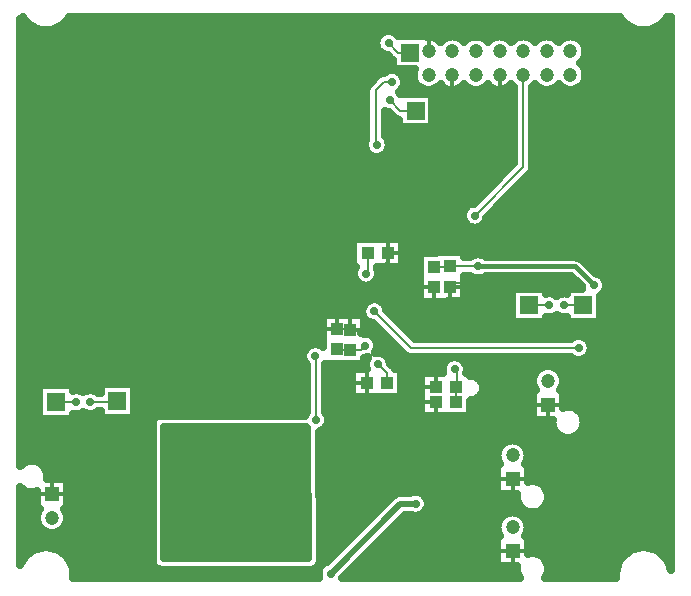
<source format=gbr>
G04 DipTrace 3.2.0.1*
G04 Bottom.gbr*
%MOIN*%
G04 #@! TF.FileFunction,Copper,L2,Bot*
G04 #@! TF.Part,Single*
G04 #@! TA.AperFunction,Conductor*
%ADD14C,0.007874*%
%ADD16C,0.015748*%
%ADD17C,0.019685*%
G04 #@! TA.AperFunction,CopperBalancing*
%ADD18C,0.025*%
%ADD19C,0.012992*%
G04 #@! TA.AperFunction,ComponentPad*
%ADD21R,0.047244X0.047244*%
%ADD22C,0.047244*%
%ADD23R,0.03937X0.043307*%
%ADD24R,0.043307X0.03937*%
%ADD27R,0.059055X0.059055*%
G04 #@! TA.AperFunction,ViaPad*
%ADD48C,0.027559*%
%ADD49C,0.062992*%
%FSLAX26Y26*%
G04*
G70*
G90*
G75*
G01*
G04 Bottom*
%LPD*%
X1889764Y1177165D2*
D14*
X1897638Y1169291D1*
Y1118110D1*
X1893701D1*
X1633858Y1192913D2*
X1663386Y1163386D1*
Y1131890D1*
X1496063Y1244094D2*
X1498031Y1242126D1*
X1541339D1*
X1590551Y1255906D2*
X1576772Y1242126D1*
X1541339D1*
X1594488Y1496063D2*
X1600394Y1501969D1*
Y1564961D1*
X1968504Y1519685D2*
X1874016D1*
X1629921Y1925197D2*
X1625984Y1929134D1*
Y2106299D1*
X1653543Y2133858D1*
X1681102D1*
X2354331Y1456693D2*
D16*
X2291339Y1519685D1*
X1968504D1*
X1874016D2*
D14*
X1872047Y1517717D1*
X1820866D1*
X1893701Y1066929D2*
Y1118110D1*
X1427148Y1007874D2*
Y1220472D1*
X1425197D1*
X675163Y1066929D2*
X761777D1*
X765714Y1070866D1*
X560990Y1066929D2*
X627919D1*
X2118110Y2157480D2*
Y1850394D1*
X1956693Y1688976D1*
X1846457Y1181102D2*
X1826772Y1161417D1*
Y1118110D1*
X1596457Y1179134D2*
Y1131890D1*
X1541339Y1309055D2*
X1539370Y1311024D1*
X1496063D1*
X1578740Y1299213D2*
X1568898Y1309055D1*
X1541339D1*
X1641732Y1511811D2*
X1667323Y1537402D1*
Y1564961D1*
X2078740Y1472441D2*
Y1464567D1*
X1874016D1*
Y1452756D1*
X1669291Y2263780D2*
X1700787Y2232283D1*
X1740157D1*
X1673228Y2074803D2*
X1708661Y2039370D1*
X1759843D1*
Y728346D2*
D17*
X1708661D1*
X1476378Y496063D1*
X2255906Y1389764D2*
D14*
X2318898D1*
X2204724D2*
X2137795D1*
X2303150Y1248031D2*
X1744094D1*
X1622047Y1370079D1*
D48*
X1889764Y1177165D3*
X1633858Y1192913D3*
X1590551Y1255906D3*
X1968504Y1519685D3*
X2354331Y1456693D3*
X1968504Y1519685D3*
X1846457Y1181102D3*
X1596457Y1179134D3*
X1578740Y1299213D3*
X1641732Y1511811D3*
X2078740Y1472441D3*
X1669291Y2263780D3*
X1673228Y2074803D3*
X627919Y1066929D3*
X675163D3*
X2204724Y1389764D3*
X2255906D3*
X2303150Y1248031D3*
X1622047Y1370079D3*
X1427148Y1007874D3*
X1956693Y1688976D3*
X1425197Y1220472D3*
X1594488Y1496063D3*
D49*
X1196850Y582677D3*
X1200787Y948819D3*
X1283465D3*
X1114173D3*
X1027559D3*
X1283465Y700787D3*
D48*
X1023622Y1468504D3*
D49*
X1110236Y582677D3*
X1031496D3*
D48*
X988189Y1141732D3*
X1027559Y1602362D3*
X909449Y1440945D3*
X783465Y1708661D3*
X539370Y1448819D3*
X1515748Y681102D3*
X1488189Y1011811D3*
X2118110Y1106299D3*
X2362205Y968504D3*
X2401575Y1401575D3*
D49*
X948819Y948819D3*
D48*
X2377953Y1917323D3*
X1433071Y1972441D3*
X1149606D3*
X870079D3*
X578740D3*
X1681102Y2133858D3*
D49*
X1279528Y582677D3*
D48*
X1165354Y1511811D3*
X1425197Y1421260D3*
D49*
X956693Y582677D3*
X1283465Y779528D3*
Y862205D3*
X1370079Y948819D3*
Y779528D3*
Y862205D3*
D48*
X1629921Y1925197D3*
X1732283Y818898D3*
X1759843Y728346D3*
X1476378Y496063D3*
X444152Y2324836D2*
D18*
X469833D1*
X585285D2*
X2461979D1*
X2577395D2*
X2607059D1*
X444152Y2299967D2*
X1649131D1*
X1689476D2*
X2607059D1*
X444152Y2275098D2*
X1628138D1*
X2309699D2*
X2607059D1*
X444152Y2250230D2*
X1628856D1*
X2326206D2*
X2607059D1*
X444152Y2225361D2*
X1654728D1*
X2327031D2*
X2607059D1*
X444152Y2200492D2*
X1681642D1*
X2313215D2*
X2607059D1*
X444152Y2175623D2*
X1753949D1*
X2324806D2*
X2607059D1*
X444152Y2150755D2*
X1624909D1*
X1720157D2*
X1751005D1*
X2327748D2*
X2607059D1*
X444152Y2125886D2*
X1600185D1*
X1723064D2*
X1761735D1*
X2316983D2*
X2607059D1*
X444152Y2101017D2*
X1593043D1*
X1706916D2*
X2085196D1*
X2151055D2*
X2607059D1*
X444152Y2076148D2*
X1593043D1*
X1818373D2*
X2085196D1*
X2151055D2*
X2607059D1*
X444152Y2051280D2*
X1593043D1*
X1818373D2*
X2085196D1*
X2151055D2*
X2607059D1*
X444152Y2026411D2*
X1593043D1*
X1658903D2*
X1676080D1*
X1818373D2*
X2085196D1*
X2151055D2*
X2607059D1*
X444152Y2001542D2*
X1593043D1*
X1658903D2*
X1701306D1*
X1818373D2*
X2085196D1*
X2151055D2*
X2607059D1*
X444152Y1976673D2*
X1593043D1*
X1658903D2*
X2085196D1*
X2151055D2*
X2607059D1*
X444152Y1951804D2*
X1593043D1*
X1662635D2*
X2085196D1*
X2151055D2*
X2607059D1*
X444152Y1926936D2*
X1587194D1*
X1672647D2*
X2085196D1*
X2151055D2*
X2607059D1*
X444152Y1902067D2*
X1594444D1*
X1665399D2*
X2085196D1*
X2151055D2*
X2607059D1*
X444152Y1877198D2*
X2085196D1*
X2151055D2*
X2607059D1*
X444152Y1852329D2*
X2074501D1*
X2151055D2*
X2607059D1*
X444152Y1827461D2*
X2049634D1*
X2140720D2*
X2607059D1*
X444152Y1802592D2*
X2024766D1*
X2115853D2*
X2607059D1*
X444152Y1777723D2*
X1999899D1*
X2090984D2*
X2607059D1*
X444152Y1752854D2*
X1975031D1*
X2066117D2*
X2607059D1*
X444152Y1727986D2*
X1944206D1*
X2041249D2*
X2607059D1*
X444152Y1703117D2*
X1916469D1*
X2016382D2*
X2607059D1*
X444152Y1678248D2*
X1915391D1*
X1998009D2*
X2607059D1*
X444152Y1653379D2*
X1935343D1*
X1978021D2*
X2607059D1*
X444152Y1628510D2*
X2607059D1*
X444152Y1603642D2*
X1549731D1*
X1717969D2*
X2607059D1*
X444152Y1578773D2*
X1549731D1*
X1717969D2*
X2607059D1*
X444152Y1553904D2*
X1549731D1*
X1717969D2*
X1772177D1*
X1922688D2*
X1944781D1*
X1992231D2*
X2607059D1*
X444152Y1529035D2*
X1549731D1*
X1717969D2*
X1772177D1*
X2327533D2*
X2607059D1*
X444152Y1504167D2*
X1552530D1*
X1636440D2*
X1772177D1*
X2352402D2*
X2607059D1*
X444152Y1479298D2*
X1555365D1*
X1633605D2*
X1772177D1*
X1922688D2*
X2286182D1*
X2390151D2*
X2607059D1*
X444152Y1454429D2*
X1772177D1*
X1922688D2*
X2311050D1*
X2397041D2*
X2607059D1*
X444152Y1429560D2*
X1772177D1*
X1922688D2*
X2079274D1*
X2213367D2*
X2247248D1*
X2386598D2*
X2607059D1*
X444152Y1404692D2*
X1598965D1*
X1645123D2*
X1772177D1*
X1922688D2*
X2079274D1*
X2377412D2*
X2607059D1*
X444152Y1379823D2*
X1580484D1*
X1663640D2*
X2079274D1*
X2377412D2*
X2607059D1*
X444152Y1354954D2*
X1447390D1*
X1682694D2*
X2079274D1*
X2377412D2*
X2607059D1*
X444152Y1330085D2*
X1447390D1*
X1590005D2*
X1614825D1*
X1707562D2*
X2607059D1*
X444152Y1305217D2*
X1447390D1*
X1590005D2*
X1641379D1*
X1732430D2*
X2607059D1*
X444152Y1280348D2*
X1447390D1*
X1625064D2*
X1666248D1*
X1757298D2*
X2276601D1*
X2329686D2*
X2607059D1*
X444152Y1255479D2*
X1402786D1*
X1633318D2*
X1691115D1*
X2345224D2*
X2607059D1*
X444152Y1230610D2*
X1383731D1*
X1650542D2*
X1715983D1*
X2341959D2*
X2607059D1*
X444152Y1205741D2*
X1385202D1*
X1674549D2*
X1858874D1*
X1920643D2*
X2607059D1*
X444152Y1180873D2*
X1394210D1*
X1460070D2*
X1592936D1*
X1690804D2*
X1847176D1*
X1932377D2*
X2172681D1*
X2228887D2*
X2607059D1*
X444152Y1156004D2*
X1394210D1*
X1460070D2*
X1545820D1*
X1714021D2*
X1776125D1*
X1944362D2*
X2151581D1*
X2249988D2*
X2607059D1*
X444152Y1131135D2*
X1394210D1*
X1460070D2*
X1545820D1*
X1714021D2*
X1776125D1*
X1983907D2*
X2148602D1*
X2252966D2*
X2607059D1*
X444152Y1106266D2*
X502487D1*
X639039D2*
X664038D1*
X686298D2*
X707206D1*
X824238D2*
X1394210D1*
X1460070D2*
X1545820D1*
X1714021D2*
X1776125D1*
X1986885D2*
X2148172D1*
X2253396D2*
X2607059D1*
X444152Y1081398D2*
X502487D1*
X824238D2*
X1394210D1*
X1460070D2*
X1776125D1*
X1970773D2*
X2148172D1*
X2253396D2*
X2607059D1*
X444152Y1056529D2*
X502487D1*
X824238D2*
X1394210D1*
X1460070D2*
X1776125D1*
X1944362D2*
X2148172D1*
X2253396D2*
X2607059D1*
X444152Y1031660D2*
X502487D1*
X824238D2*
X1392164D1*
X1462151D2*
X1776125D1*
X1944362D2*
X2148172D1*
X2311457D2*
X2607059D1*
X444152Y1006791D2*
X882717D1*
X1469902D2*
X2213660D1*
X2321756D2*
X2607059D1*
X444152Y981923D2*
X880455D1*
X1460428D2*
X2216459D1*
X2318957D2*
X2607059D1*
X444152Y957054D2*
X880455D1*
X1438790D2*
X2235909D1*
X2299543D2*
X2607059D1*
X444152Y932185D2*
X880455D1*
X1439005D2*
X2053509D1*
X2111869D2*
X2607059D1*
X444152Y907316D2*
X880455D1*
X1439185D2*
X2033235D1*
X2132108D2*
X2607059D1*
X444152Y882448D2*
X880455D1*
X1439400D2*
X2030615D1*
X2134764D2*
X2607059D1*
X517571Y857579D2*
X880455D1*
X1439615D2*
X2030077D1*
X2135302D2*
X2607059D1*
X532965Y832710D2*
X880455D1*
X1439831D2*
X2030077D1*
X2135302D2*
X2607059D1*
X599853Y807841D2*
X880455D1*
X1440046D2*
X2030077D1*
X2135302D2*
X2607059D1*
X599853Y782972D2*
X880455D1*
X1440261D2*
X2030077D1*
X2193865D2*
X2607059D1*
X444152Y758104D2*
X494629D1*
X599853D2*
X880455D1*
X1440476D2*
X1685302D1*
X1789486D2*
X2095458D1*
X2203732D2*
X2607059D1*
X444152Y733235D2*
X494629D1*
X599853D2*
X880455D1*
X1440692D2*
X1659681D1*
X1802332D2*
X2098580D1*
X2200612D2*
X2607059D1*
X444152Y708366D2*
X502702D1*
X591780D2*
X880455D1*
X1440907D2*
X1634812D1*
X1797308D2*
X2118783D1*
X2180444D2*
X2607059D1*
X444152Y683497D2*
X494701D1*
X599818D2*
X880455D1*
X1441122D2*
X1609945D1*
X1717681D2*
X2043247D1*
X2122096D2*
X2607059D1*
X444152Y658629D2*
X499940D1*
X594542D2*
X880455D1*
X1441337D2*
X1585042D1*
X1692814D2*
X2030866D1*
X2134476D2*
X2607059D1*
X444152Y633760D2*
X528324D1*
X566194D2*
X880455D1*
X1441552D2*
X1560173D1*
X1667946D2*
X2032625D1*
X2132718D2*
X2607059D1*
X444152Y608891D2*
X880455D1*
X1441768D2*
X1535306D1*
X1643079D2*
X2030077D1*
X2135302D2*
X2607059D1*
X444152Y584022D2*
X880455D1*
X1441948D2*
X1510438D1*
X1618210D2*
X2030077D1*
X2135302D2*
X2607059D1*
X444152Y559154D2*
X462979D1*
X592138D2*
X880455D1*
X1442163D2*
X1485571D1*
X1593343D2*
X2030077D1*
X2173626D2*
X2455089D1*
X2584285D2*
X2607059D1*
X611121Y534285D2*
X880491D1*
X1442343D2*
X1460703D1*
X1568475D2*
X2030077D1*
X2198996D2*
X2436106D1*
X619769Y509416D2*
X901950D1*
X1420883D2*
X1435871D1*
X1543608D2*
X2095171D1*
X2204056D2*
X2427459D1*
X621133Y484547D2*
X1435297D1*
X1518740D2*
X2102815D1*
X2196377D2*
X2426131D1*
X2034400Y861138D2*
X2041541D1*
X2038025Y867012D1*
X2035016Y874278D1*
X2033180Y881924D1*
X2032563Y889764D1*
X2033180Y897604D1*
X2035016Y905249D1*
X2038025Y912516D1*
X2042134Y919220D1*
X2047241Y925199D1*
X2053220Y930307D1*
X2059925Y934416D1*
X2067192Y937425D1*
X2074837Y939261D1*
X2082677Y939878D1*
X2090517Y939261D1*
X2098163Y937425D1*
X2105429Y934416D1*
X2112134Y930307D1*
X2118113Y925199D1*
X2123220Y919220D1*
X2127329Y912516D1*
X2130339Y905249D1*
X2132175Y897604D1*
X2132791Y889764D1*
X2132175Y881924D1*
X2130339Y874278D1*
X2127329Y867012D1*
X2123776Y861138D1*
X2132791D1*
Y801176D1*
X2141471Y803329D1*
X2149606Y803970D1*
X2157741Y803329D1*
X2165676Y801425D1*
X2173214Y798302D1*
X2180172Y794038D1*
X2186377Y788739D1*
X2191676Y782534D1*
X2195940Y775576D1*
X2199063Y768038D1*
X2200967Y760104D1*
X2201608Y751969D1*
X2200967Y743833D1*
X2199063Y735899D1*
X2195940Y728361D1*
X2191676Y721403D1*
X2186377Y715198D1*
X2180172Y709899D1*
X2173214Y705635D1*
X2165676Y702512D1*
X2157741Y700608D1*
X2149606Y699967D1*
X2141471Y700608D1*
X2133537Y702512D1*
X2125999Y705635D1*
X2119041Y709899D1*
X2112836Y715198D1*
X2107537Y721403D1*
X2103273Y728361D1*
X2100150Y735899D1*
X2098245Y743833D1*
X2097605Y751969D1*
X2098245Y760104D1*
X2098404Y760902D1*
X2032563Y760909D1*
Y861138D1*
X2034400D1*
X1451723Y1359169D2*
X1542240D1*
Y1357196D1*
X1583888Y1357201D1*
X1582272Y1363778D1*
X1581776Y1370079D1*
X1582272Y1376379D1*
X1583747Y1382524D1*
X1586165Y1388362D1*
X1589467Y1393749D1*
X1593571Y1398555D1*
X1598377Y1402659D1*
X1603764Y1405961D1*
X1609602Y1408379D1*
X1615747Y1409854D1*
X1622047Y1410350D1*
X1628348Y1409854D1*
X1634492Y1408379D1*
X1640331Y1405961D1*
X1645718Y1402659D1*
X1650524Y1398555D1*
X1654627Y1393749D1*
X1657929Y1388362D1*
X1660348Y1382524D1*
X1661823Y1376379D1*
X1662206Y1372954D1*
X1756706Y1278453D1*
X2276995Y1278655D1*
X2282108Y1282369D1*
X2287739Y1285238D1*
X2293748Y1287190D1*
X2299990Y1288178D1*
X2306310D1*
X2312551Y1287190D1*
X2318560Y1285238D1*
X2324192Y1282369D1*
X2329304Y1278655D1*
X2333773Y1274186D1*
X2337487Y1269073D1*
X2340356Y1263442D1*
X2342308Y1257433D1*
X2343297Y1251192D1*
Y1244871D1*
X2342308Y1238630D1*
X2340356Y1232621D1*
X2337487Y1226990D1*
X2333773Y1221877D1*
X2329304Y1217408D1*
X2324192Y1213694D1*
X2318560Y1210825D1*
X2312551Y1208873D1*
X2306310Y1207885D1*
X2299990D1*
X2293748Y1208873D1*
X2287739Y1210825D1*
X2282108Y1213694D1*
X2276786Y1217601D1*
X1741707Y1217696D1*
X1736991Y1218444D1*
X1732450Y1219919D1*
X1728196Y1222087D1*
X1724332Y1224892D1*
X1670612Y1278480D1*
X1618887Y1329932D1*
X1612646Y1330920D1*
X1606636Y1332873D1*
X1601005Y1335741D1*
X1595892Y1339455D1*
X1591424Y1343924D1*
X1587510Y1349392D1*
X1587516Y1296062D1*
X1593711Y1296052D1*
X1599953Y1295064D1*
X1605962Y1293112D1*
X1611593Y1290243D1*
X1616706Y1286529D1*
X1621175Y1282060D1*
X1624888Y1276948D1*
X1627757Y1271316D1*
X1629710Y1265307D1*
X1630698Y1259066D1*
Y1252745D1*
X1629710Y1246504D1*
X1627757Y1240495D1*
X1624888Y1234864D1*
X1622619Y1231584D1*
X1627558Y1232689D1*
X1633858Y1233185D1*
X1640159Y1232689D1*
X1646303Y1231214D1*
X1652142Y1228795D1*
X1657529Y1225493D1*
X1662335Y1221390D1*
X1666438Y1216584D1*
X1669740Y1211197D1*
X1672159Y1205358D1*
X1673634Y1199214D1*
X1674017Y1195789D1*
X1686525Y1183148D1*
X1689336Y1179277D1*
X1697917Y1178067D1*
X1711531D1*
Y1085713D1*
X1548311D1*
Y1178067D1*
X1596417D1*
X1594699Y1183512D1*
X1593711Y1189753D1*
Y1196073D1*
X1594699Y1202315D1*
X1596652Y1208324D1*
X1599521Y1213955D1*
X1601790Y1217235D1*
X1596852Y1216130D1*
X1591823Y1215684D1*
X1588408Y1214009D1*
X1587516Y1207594D1*
Y1193980D1*
X1495161D1*
Y1195954D1*
X1457589Y1195949D1*
X1457772Y1034029D1*
X1461486Y1028916D1*
X1464354Y1023285D1*
X1466307Y1017276D1*
X1467295Y1011034D1*
Y1004714D1*
X1466307Y998472D1*
X1464354Y992463D1*
X1461486Y986832D1*
X1457772Y981719D1*
X1453303Y977251D1*
X1448190Y973537D1*
X1442559Y970668D1*
X1436175Y968640D1*
X1439797Y533354D1*
X1439146Y529248D1*
X1437861Y525295D1*
X1435974Y521591D1*
X1433530Y518228D1*
X1430591Y515289D1*
X1427228Y512845D1*
X1423524Y510958D1*
X1419571Y509673D1*
X1415465Y509022D1*
X1303150Y508941D1*
X907370Y509022D1*
X903264Y509673D1*
X899311Y510958D1*
X895606Y512845D1*
X892244Y515289D1*
X889304Y518228D1*
X886861Y521591D1*
X884974Y525295D1*
X883689Y529248D1*
X883038Y533354D1*
X882957Y645669D1*
X883038Y998142D1*
X883689Y1002248D1*
X884974Y1006201D1*
X886861Y1009906D1*
X889304Y1013268D1*
X892244Y1016207D1*
X895606Y1018651D1*
X899311Y1020538D1*
X903264Y1021823D1*
X907370Y1022474D1*
X1019685Y1022555D1*
X1389615D1*
X1392811Y1028916D1*
X1396718Y1034238D1*
X1396719Y1191996D1*
X1392617Y1196802D1*
X1389315Y1202189D1*
X1386896Y1208028D1*
X1385421Y1214172D1*
X1384925Y1220472D1*
X1385421Y1226773D1*
X1386896Y1232917D1*
X1389315Y1238756D1*
X1392617Y1244143D1*
X1396720Y1248949D1*
X1401526Y1253052D1*
X1406913Y1256354D1*
X1412752Y1258773D1*
X1418896Y1260248D1*
X1425197Y1260744D1*
X1431497Y1260248D1*
X1437642Y1258773D1*
X1443480Y1256354D1*
X1448867Y1253052D1*
X1449886Y1252249D1*
Y1359169D1*
X1451723D1*
X1621014Y1611138D2*
X1715469D1*
Y1518783D1*
X1630849D1*
X1631694Y1511474D1*
X1633647Y1505465D1*
X1634635Y1499223D1*
Y1492903D1*
X1633647Y1486661D1*
X1631694Y1480652D1*
X1628825Y1475021D1*
X1625112Y1469908D1*
X1620643Y1465440D1*
X1615530Y1461726D1*
X1609899Y1458857D1*
X1603890Y1456904D1*
X1597648Y1455916D1*
X1591328D1*
X1585087Y1456904D1*
X1579077Y1458857D1*
X1573446Y1461726D1*
X1568333Y1465440D1*
X1563865Y1469908D1*
X1560151Y1475021D1*
X1557282Y1480652D1*
X1555329Y1486661D1*
X1554341Y1492903D1*
Y1499223D1*
X1555329Y1505465D1*
X1557282Y1511474D1*
X1560151Y1517105D1*
X1561269Y1518780D1*
X1552248Y1518783D1*
Y1611138D1*
X1621014D1*
X1845556Y1020752D2*
X1778626D1*
Y1164287D1*
X1851608D1*
X1849988Y1170865D1*
X1849492Y1177165D1*
X1849988Y1183466D1*
X1851463Y1189610D1*
X1853882Y1195449D1*
X1857184Y1200836D1*
X1861287Y1205642D1*
X1866093Y1209745D1*
X1871480Y1213047D1*
X1877319Y1215466D1*
X1883463Y1216941D1*
X1889764Y1217437D1*
X1896064Y1216941D1*
X1902209Y1215466D1*
X1908047Y1213047D1*
X1913434Y1209745D1*
X1918240Y1205642D1*
X1922344Y1200836D1*
X1925646Y1195449D1*
X1928064Y1189610D1*
X1929539Y1183466D1*
X1930035Y1177165D1*
X1929539Y1170865D1*
X1928068Y1164732D1*
X1928232Y1164287D1*
X1941846D1*
Y1154348D1*
X1948042Y1154320D1*
X1954283Y1153332D1*
X1960293Y1151379D1*
X1965924Y1148510D1*
X1971037Y1144797D1*
X1975505Y1140328D1*
X1979219Y1135215D1*
X1982088Y1129584D1*
X1984041Y1123575D1*
X1985029Y1117333D1*
Y1111013D1*
X1984041Y1104772D1*
X1982088Y1098762D1*
X1979219Y1093131D1*
X1975505Y1088018D1*
X1971037Y1083550D1*
X1965924Y1079836D1*
X1960293Y1076967D1*
X1954283Y1075014D1*
X1948042Y1074026D1*
X1943759Y1073946D1*
X1941811Y1071933D1*
X1941846Y1020752D1*
X1845555Y1020787D1*
X1867043Y1404608D2*
Y1402642D1*
X1774689D1*
Y1565862D1*
X1827833D1*
X1827839Y1567831D1*
X1920193D1*
Y1550139D1*
X1942349Y1550308D1*
X1947462Y1554022D1*
X1953093Y1556891D1*
X1959102Y1558844D1*
X1965344Y1559832D1*
X1971664D1*
X1977906Y1558844D1*
X1983915Y1556891D1*
X1989546Y1554022D1*
X1994867Y1550115D1*
X2293726Y1550021D1*
X2298442Y1549273D1*
X2302983Y1547798D1*
X2307238Y1545630D1*
X2311101Y1542824D1*
X2357184Y1496874D1*
X2363732Y1495852D1*
X2369741Y1493899D1*
X2375373Y1491030D1*
X2380486Y1487316D1*
X2384954Y1482848D1*
X2388668Y1477735D1*
X2391537Y1472104D1*
X2393490Y1466094D1*
X2394478Y1459853D1*
Y1453533D1*
X2393490Y1447291D1*
X2391537Y1441282D1*
X2388668Y1435651D1*
X2384954Y1430538D1*
X2380486Y1426070D1*
X2374909Y1422096D1*
X2374917Y1333744D1*
X2262878D1*
Y1350071D1*
X2255906Y1349492D1*
X2249605Y1349988D1*
X2243461Y1351463D1*
X2237622Y1353882D1*
X2232235Y1357184D1*
X2230323Y1358690D1*
X2225766Y1355427D1*
X2220135Y1352558D1*
X2214126Y1350605D1*
X2207885Y1349617D1*
X2201564D1*
X2195323Y1350605D1*
X2193814Y1351030D1*
X2193815Y1333744D1*
X2081776D1*
Y1445783D1*
X2193815D1*
Y1428524D1*
X2198424Y1429539D1*
X2204724Y1430035D1*
X2211025Y1429539D1*
X2217169Y1428064D1*
X2223008Y1425646D1*
X2228395Y1422344D1*
X2230307Y1420837D1*
X2234864Y1424101D1*
X2240495Y1426970D1*
X2246504Y1428923D1*
X2252745Y1429911D1*
X2259066D1*
X2262871Y1429407D1*
X2262878Y1445783D1*
X2315592D1*
X2314555Y1450392D1*
X2314172Y1453818D1*
X2278743Y1489248D1*
X1994659Y1489062D1*
X1989546Y1485348D1*
X1983915Y1482479D1*
X1977906Y1480526D1*
X1971664Y1479538D1*
X1965344D1*
X1959102Y1480526D1*
X1953093Y1482479D1*
X1947462Y1485348D1*
X1942140Y1489255D1*
X1920168Y1489256D1*
X1920193Y1404610D1*
X1867049D1*
X718881Y1126886D2*
X821734D1*
Y1014846D1*
X709694D1*
Y1036484D1*
X701318Y1036306D1*
X696205Y1032592D1*
X690573Y1029723D1*
X684564Y1027770D1*
X678323Y1026782D1*
X672003D1*
X665761Y1027770D1*
X659752Y1029723D1*
X654121Y1032592D1*
X651543Y1034315D1*
X646202Y1031047D1*
X640364Y1028629D1*
X634219Y1027154D1*
X627919Y1026657D1*
X621618Y1027154D1*
X617008Y1028196D1*
X617009Y1010909D1*
X504970D1*
Y1122949D1*
X617009D1*
Y1105688D1*
X621618Y1106705D1*
X627919Y1107201D1*
X634219Y1106705D1*
X640364Y1105230D1*
X646202Y1102811D1*
X651538Y1099543D1*
X656879Y1102811D1*
X662718Y1105230D1*
X668862Y1106705D1*
X675163Y1107201D1*
X681463Y1106705D1*
X687608Y1105230D1*
X693446Y1102811D1*
X698833Y1099509D1*
X701526Y1097360D1*
X709694Y1097524D1*
Y1126886D1*
X718881D1*
X1701255Y2288303D2*
X1796177D1*
Y2285827D1*
X1802163Y2286325D1*
X1809495Y2285932D1*
X1816690Y2284471D1*
X1823596Y2281974D1*
X1830062Y2278496D1*
X1835950Y2274109D1*
X1841134Y2268909D1*
X1842618Y2267092D1*
X1846651Y2271656D1*
X1852630Y2276764D1*
X1859335Y2280873D1*
X1866601Y2283882D1*
X1874247Y2285718D1*
X1882087Y2286335D1*
X1889927Y2285718D1*
X1897572Y2283882D1*
X1904839Y2280873D1*
X1911543Y2276764D1*
X1917522Y2271656D1*
X1921327Y2267331D1*
X1925194Y2271656D1*
X1931173Y2276764D1*
X1937878Y2280873D1*
X1945144Y2283882D1*
X1952790Y2285718D1*
X1960630Y2286335D1*
X1968470Y2285718D1*
X1976115Y2283882D1*
X1983382Y2280873D1*
X1990087Y2276764D1*
X1996066Y2271656D1*
X2000079Y2267066D1*
X2004131Y2271656D1*
X2010110Y2276764D1*
X2016815Y2280873D1*
X2024081Y2283882D1*
X2031727Y2285718D1*
X2039567Y2286335D1*
X2047407Y2285718D1*
X2055052Y2283882D1*
X2062319Y2280873D1*
X2069024Y2276764D1*
X2075003Y2271656D1*
X2078807Y2267331D1*
X2082675Y2271656D1*
X2088654Y2276764D1*
X2095358Y2280873D1*
X2102625Y2283882D1*
X2110270Y2285718D1*
X2118110Y2286335D1*
X2125950Y2285718D1*
X2133596Y2283882D1*
X2140862Y2280873D1*
X2147567Y2276764D1*
X2153546Y2271656D1*
X2157559Y2267066D1*
X2161612Y2271656D1*
X2167591Y2276764D1*
X2174295Y2280873D1*
X2181562Y2283882D1*
X2189207Y2285718D1*
X2197047Y2286335D1*
X2204887Y2285718D1*
X2212533Y2283882D1*
X2219799Y2280873D1*
X2226504Y2276764D1*
X2232483Y2271656D1*
X2236287Y2267331D1*
X2240155Y2271656D1*
X2246134Y2276764D1*
X2252839Y2280873D1*
X2260105Y2283882D1*
X2267751Y2285718D1*
X2275591Y2286335D1*
X2283430Y2285718D1*
X2291076Y2283882D1*
X2298343Y2280873D1*
X2305047Y2276764D1*
X2311026Y2271656D1*
X2316134Y2265677D1*
X2320243Y2258972D1*
X2323252Y2251706D1*
X2325088Y2244060D1*
X2325705Y2236220D1*
X2325088Y2228381D1*
X2323252Y2220735D1*
X2320243Y2213469D1*
X2316134Y2206764D1*
X2311026Y2200785D1*
X2306556Y2196866D1*
X2311026Y2192916D1*
X2316134Y2186937D1*
X2320243Y2180232D1*
X2323252Y2172966D1*
X2325088Y2165320D1*
X2325705Y2157480D1*
X2325088Y2149640D1*
X2323252Y2141995D1*
X2320243Y2134728D1*
X2316134Y2128024D1*
X2311026Y2122045D1*
X2305047Y2116937D1*
X2298343Y2112828D1*
X2291076Y2109819D1*
X2283430Y2107983D1*
X2275591Y2107366D1*
X2267751Y2107983D1*
X2260105Y2109819D1*
X2252839Y2112828D1*
X2246134Y2116937D1*
X2240155Y2122045D1*
X2236350Y2126370D1*
X2232483Y2122045D1*
X2226504Y2116937D1*
X2219799Y2112828D1*
X2212533Y2109819D1*
X2204887Y2107983D1*
X2197047Y2107366D1*
X2189207Y2107983D1*
X2181562Y2109819D1*
X2174295Y2112828D1*
X2167591Y2116937D1*
X2161612Y2122045D1*
X2157598Y2126635D1*
X2153546Y2122045D1*
X2148545Y2117707D1*
X2148446Y1848007D1*
X2147698Y1843290D1*
X2146223Y1838749D1*
X2144055Y1834495D1*
X2141249Y1830631D1*
X2087661Y1776911D1*
X1996840Y1685816D1*
X1995852Y1679575D1*
X1993899Y1673566D1*
X1991030Y1667934D1*
X1987316Y1662822D1*
X1982848Y1658353D1*
X1977735Y1654639D1*
X1972104Y1651770D1*
X1966094Y1649818D1*
X1959853Y1648829D1*
X1953533D1*
X1947291Y1649818D1*
X1941282Y1651770D1*
X1935651Y1654639D1*
X1930538Y1658353D1*
X1926070Y1662822D1*
X1922356Y1667934D1*
X1919487Y1673566D1*
X1917534Y1679575D1*
X1916546Y1685816D1*
Y1692136D1*
X1917534Y1698378D1*
X1919487Y1704387D1*
X1922356Y1710018D1*
X1926070Y1715131D1*
X1930538Y1719600D1*
X1935651Y1723314D1*
X1941282Y1726182D1*
X1947291Y1728135D1*
X1953818Y1729135D1*
X2087699Y1863016D1*
X2087681Y2117696D1*
X2082675Y2122045D1*
X2078870Y2126370D1*
X2074245Y2121302D1*
X2068587Y2116623D1*
X2062306Y2112822D1*
X2055535Y2109979D1*
X2048423Y2108155D1*
X2041121Y2107390D1*
X2033785Y2107701D1*
X2026572Y2109080D1*
X2019640Y2111499D1*
X2013135Y2114904D1*
X2007197Y2119223D1*
X2001954Y2124364D1*
X2000105Y2126605D1*
X1996066Y2122045D1*
X1990087Y2116937D1*
X1983382Y2112828D1*
X1976115Y2109819D1*
X1968470Y2107983D1*
X1960630Y2107366D1*
X1952790Y2107983D1*
X1945144Y2109819D1*
X1937878Y2112828D1*
X1931173Y2116937D1*
X1925194Y2122045D1*
X1921390Y2126370D1*
X1916765Y2121302D1*
X1911106Y2116623D1*
X1904825Y2112822D1*
X1898055Y2109979D1*
X1890942Y2108155D1*
X1883640Y2107390D1*
X1876304Y2107701D1*
X1869092Y2109080D1*
X1862160Y2111499D1*
X1855655Y2114904D1*
X1849717Y2119223D1*
X1844474Y2124364D1*
X1842625Y2126605D1*
X1838585Y2122045D1*
X1832606Y2116937D1*
X1825902Y2112828D1*
X1818635Y2109819D1*
X1810990Y2107983D1*
X1803150Y2107366D1*
X1795310Y2107983D1*
X1787664Y2109819D1*
X1780398Y2112828D1*
X1773693Y2116937D1*
X1767714Y2122045D1*
X1762606Y2128024D1*
X1758497Y2134728D1*
X1755488Y2141995D1*
X1753652Y2149640D1*
X1753035Y2157480D1*
X1753652Y2165320D1*
X1755488Y2172966D1*
X1756706Y2176269D1*
X1684138Y2176264D1*
Y2206801D1*
X1679264Y2210773D1*
X1666131Y2223633D1*
X1659890Y2224621D1*
X1653881Y2226573D1*
X1648249Y2229442D1*
X1643136Y2233156D1*
X1638668Y2237625D1*
X1634954Y2242738D1*
X1632085Y2248369D1*
X1630133Y2254378D1*
X1629144Y2260619D1*
Y2266940D1*
X1630133Y2273181D1*
X1632085Y2279190D1*
X1634954Y2284822D1*
X1638668Y2289934D1*
X1643136Y2294403D1*
X1648249Y2298117D1*
X1653881Y2300986D1*
X1659890Y2302938D1*
X1666131Y2303927D1*
X1672451D1*
X1678693Y2302938D1*
X1684702Y2300986D1*
X1690333Y2298117D1*
X1695446Y2294403D1*
X1699915Y2289934D1*
X1701206Y2288294D1*
X1707806Y2095390D2*
X1815862D1*
Y1983350D1*
X1703823D1*
Y2009295D1*
X1699259Y2010430D1*
X1694846Y2012257D1*
X1690776Y2014752D1*
X1687144Y2017853D1*
X1670068Y2034656D1*
X1663827Y2035644D1*
X1657818Y2037597D1*
X1656415Y2038243D1*
X1656413Y1955550D1*
X1660545Y1951352D1*
X1664259Y1946239D1*
X1667127Y1940608D1*
X1669080Y1934598D1*
X1670068Y1928357D1*
Y1922037D1*
X1669080Y1915795D1*
X1667127Y1909786D1*
X1664259Y1904155D1*
X1660545Y1899042D1*
X1656076Y1894573D1*
X1650963Y1890860D1*
X1645332Y1887991D1*
X1639323Y1886038D1*
X1633081Y1885050D1*
X1626761D1*
X1620520Y1886038D1*
X1614510Y1887991D1*
X1608879Y1890860D1*
X1603766Y1894573D1*
X1599298Y1899042D1*
X1595584Y1904155D1*
X1592715Y1909786D1*
X1590762Y1915795D1*
X1589774Y1922037D1*
Y1928357D1*
X1590762Y1934598D1*
X1592715Y1940608D1*
X1595554Y1946185D1*
X1595648Y2108686D1*
X1596396Y2113403D1*
X1597871Y2117944D1*
X1600039Y2122198D1*
X1602845Y2126062D1*
X1632026Y2155375D1*
X1635657Y2158476D1*
X1639728Y2160971D1*
X1644140Y2162798D1*
X1648783Y2163913D1*
X1654727Y2164287D1*
X1660060Y2168196D1*
X1665692Y2171064D1*
X1671701Y2173017D1*
X1677942Y2174005D1*
X1684262D1*
X1690504Y2173017D1*
X1696513Y2171064D1*
X1702144Y2168196D1*
X1707257Y2164482D1*
X1711726Y2160013D1*
X1715440Y2154900D1*
X1718308Y2149269D1*
X1720261Y2143260D1*
X1721249Y2137018D1*
Y2130698D1*
X1720261Y2124457D1*
X1718308Y2118448D1*
X1715440Y2112816D1*
X1711726Y2107703D1*
X1707257Y2103235D1*
X1704003Y2100764D1*
X1707825Y2095382D1*
X2152510Y1109169D2*
X2159651D1*
X2156135Y1115043D1*
X2153126Y1122310D1*
X2151290Y1129955D1*
X2150673Y1137795D1*
X2151290Y1145635D1*
X2153126Y1153281D1*
X2156135Y1160547D1*
X2160244Y1167252D1*
X2165352Y1173231D1*
X2171331Y1178339D1*
X2178035Y1182448D1*
X2185302Y1185457D1*
X2192948Y1187293D1*
X2200787Y1187909D1*
X2208627Y1187293D1*
X2216273Y1185457D1*
X2223539Y1182448D1*
X2230244Y1178339D1*
X2236223Y1173231D1*
X2241331Y1167252D1*
X2245440Y1160547D1*
X2248449Y1153281D1*
X2250285Y1145635D1*
X2250902Y1137795D1*
X2250285Y1129955D1*
X2248449Y1122310D1*
X2245440Y1115043D1*
X2241886Y1109169D1*
X2250902D1*
Y1049207D1*
X2259581Y1051361D1*
X2267717Y1052001D1*
X2275852Y1051361D1*
X2283786Y1049457D1*
X2291324Y1046333D1*
X2298282Y1042070D1*
X2304487Y1036770D1*
X2309786Y1030566D1*
X2314050Y1023608D1*
X2317173Y1016070D1*
X2319077Y1008135D1*
X2319718Y1000000D1*
X2319077Y991865D1*
X2317173Y983930D1*
X2314050Y976392D1*
X2309786Y969434D1*
X2304487Y963230D1*
X2298282Y957930D1*
X2291324Y953667D1*
X2283786Y950543D1*
X2275852Y948639D1*
X2267717Y947999D1*
X2259581Y948639D1*
X2251647Y950543D1*
X2244109Y953667D1*
X2237151Y957930D1*
X2230946Y963230D1*
X2225647Y969434D1*
X2221383Y976392D1*
X2218260Y983930D1*
X2216356Y991865D1*
X2215715Y1000000D1*
X2216356Y1008135D1*
X2216514Y1008933D1*
X2150673Y1008941D1*
Y1109169D1*
X2152510D1*
X531543Y809957D2*
X597358D1*
Y709728D1*
X588381D1*
X591896Y703854D1*
X594906Y696588D1*
X596741Y688942D1*
X597358Y681102D1*
X596741Y673262D1*
X594906Y665617D1*
X591896Y658350D1*
X587787Y651646D1*
X582680Y645667D1*
X576701Y640559D1*
X569996Y636450D1*
X562730Y633441D1*
X555084Y631605D1*
X547244Y630988D1*
X539404Y631605D1*
X531759Y633441D1*
X524492Y636450D1*
X517787Y640559D1*
X511808Y645667D1*
X506701Y651646D1*
X502592Y658350D1*
X499583Y665617D1*
X497747Y673262D1*
X497130Y681102D1*
X497747Y688942D1*
X499583Y696588D1*
X502592Y703854D1*
X506146Y709728D1*
X497130D1*
Y769690D1*
X488450Y767537D1*
X480315Y766896D1*
X472180Y767537D1*
X464245Y769441D1*
X456707Y772564D1*
X449749Y776828D1*
X443545Y782127D1*
X441629Y784201D1*
X441634Y523176D1*
X446147Y533608D1*
X449652Y539867D1*
X453638Y545833D1*
X458080Y551467D1*
X462950Y556735D1*
X468218Y561605D1*
X473852Y566047D1*
X479818Y570033D1*
X486077Y573538D1*
X492593Y576542D1*
X499324Y579025D1*
X506228Y580972D1*
X513265Y582373D1*
X520390Y583215D1*
X527559Y583497D1*
X534728Y583215D1*
X541853Y582373D1*
X548890Y580972D1*
X555794Y579025D1*
X562525Y576542D1*
X569041Y573538D1*
X575301Y570033D1*
X581266Y566047D1*
X586900Y561605D1*
X592168Y556735D1*
X597038Y551467D1*
X601480Y545833D1*
X605466Y539867D1*
X608971Y533608D1*
X611975Y527092D1*
X614458Y520361D1*
X616406Y513457D1*
X617806Y506420D1*
X618648Y499295D1*
X618930Y492126D1*
X618177Y480978D1*
X1439022Y481004D1*
X1437219Y486661D1*
X1436231Y492903D1*
Y499223D1*
X1437219Y505465D1*
X1439172Y511474D1*
X1442041Y517105D1*
X1445755Y522218D1*
X1450223Y526686D1*
X1455336Y530400D1*
X1460967Y533269D1*
X1462925Y533992D1*
X1685064Y755975D1*
X1689677Y759327D1*
X1694757Y761915D1*
X1700180Y763677D1*
X1705811Y764570D1*
X1742500Y764681D1*
X1747398Y766647D1*
X1753542Y768122D1*
X1759843Y768618D1*
X1766143Y768122D1*
X1772287Y766647D1*
X1778126Y764228D1*
X1783513Y760927D1*
X1788319Y756823D1*
X1792423Y752017D1*
X1795724Y746630D1*
X1798143Y740791D1*
X1799618Y734647D1*
X1800114Y728346D1*
X1799618Y722046D1*
X1798143Y715902D1*
X1795724Y710063D1*
X1792423Y704676D1*
X1788319Y699870D1*
X1783513Y695766D1*
X1778126Y692465D1*
X1772287Y690046D1*
X1766143Y688571D1*
X1759843Y688075D1*
X1753542Y688571D1*
X1747398Y690046D1*
X1742535Y692014D1*
X1723707Y692012D1*
X1514336Y482636D1*
X1522310Y481004D1*
X2107689D1*
X2103273Y488203D1*
X2100150Y495741D1*
X2098245Y503676D1*
X2097605Y511811D1*
X2098245Y519946D1*
X2098404Y520744D1*
X2032563Y520752D1*
Y620980D1*
X2041541D1*
X2038025Y626854D1*
X2035016Y634121D1*
X2033180Y641766D1*
X2032563Y649606D1*
X2033180Y657446D1*
X2035016Y665092D1*
X2038025Y672358D1*
X2042134Y679063D1*
X2047241Y685042D1*
X2053220Y690150D1*
X2059925Y694259D1*
X2067192Y697268D1*
X2074837Y699104D1*
X2082677Y699720D1*
X2090517Y699104D1*
X2098163Y697268D1*
X2105429Y694259D1*
X2112134Y690150D1*
X2118113Y685042D1*
X2123220Y679063D1*
X2127329Y672358D1*
X2130339Y665092D1*
X2132175Y657446D1*
X2132791Y649606D1*
X2132175Y641766D1*
X2130339Y634121D1*
X2127329Y626854D1*
X2123776Y620980D1*
X2132791D1*
Y561018D1*
X2141471Y563172D1*
X2149606Y563812D1*
X2157741Y563172D1*
X2165676Y561268D1*
X2173214Y558144D1*
X2180172Y553881D1*
X2186377Y548581D1*
X2191676Y542377D1*
X2195940Y535419D1*
X2199063Y527881D1*
X2200967Y519946D1*
X2201608Y511811D1*
X2200967Y503676D1*
X2199063Y495741D1*
X2195940Y488203D1*
X2191488Y481008D1*
X2428996Y481004D1*
X2428314Y492126D1*
X2428596Y499295D1*
X2429438Y506420D1*
X2430839Y513457D1*
X2432786Y520361D1*
X2435269Y527092D1*
X2438273Y533608D1*
X2441778Y539867D1*
X2445764Y545833D1*
X2450206Y551467D1*
X2455076Y556735D1*
X2460344Y561605D1*
X2465978Y566047D1*
X2471944Y570033D1*
X2478203Y573538D1*
X2484719Y576542D1*
X2491450Y579025D1*
X2498354Y580972D1*
X2505391Y582373D1*
X2512516Y583215D1*
X2519685Y583497D1*
X2526854Y583215D1*
X2533979Y582373D1*
X2541016Y580972D1*
X2547920Y579025D1*
X2554651Y576542D1*
X2561167Y573538D1*
X2567427Y570033D1*
X2573392Y566047D1*
X2579026Y561605D1*
X2584294Y556735D1*
X2589164Y551467D1*
X2593606Y545833D1*
X2597592Y539867D1*
X2601097Y533608D1*
X2604101Y527092D1*
X2606584Y520361D1*
X2608531Y513457D1*
X2609543Y508371D1*
X2609547Y2349732D1*
X2597476Y2349705D1*
X2593606Y2343930D1*
X2589164Y2338297D1*
X2584294Y2333029D1*
X2579026Y2328159D1*
X2573392Y2323717D1*
X2567427Y2319731D1*
X2561167Y2316226D1*
X2554651Y2313222D1*
X2547920Y2310739D1*
X2541016Y2308791D1*
X2533979Y2307391D1*
X2526854Y2306549D1*
X2519685Y2306266D1*
X2512516Y2306549D1*
X2505391Y2307391D1*
X2498354Y2308791D1*
X2491450Y2310739D1*
X2484719Y2313222D1*
X2478203Y2316226D1*
X2471944Y2319731D1*
X2465978Y2323717D1*
X2460344Y2328159D1*
X2455076Y2333029D1*
X2450206Y2338297D1*
X2445764Y2343930D1*
X2441919Y2349686D1*
X605331Y2349705D1*
X601480Y2343930D1*
X597038Y2338297D1*
X592168Y2333029D1*
X586900Y2328159D1*
X581266Y2323717D1*
X575301Y2319731D1*
X569041Y2316226D1*
X562525Y2313222D1*
X555794Y2310739D1*
X548890Y2308791D1*
X541853Y2307391D1*
X534728Y2306549D1*
X527559Y2306266D1*
X520390Y2306549D1*
X513265Y2307391D1*
X506228Y2308791D1*
X499324Y2310739D1*
X492593Y2313222D1*
X486077Y2316226D1*
X479818Y2319731D1*
X473852Y2323717D1*
X468218Y2328159D1*
X462950Y2333029D1*
X458080Y2338297D1*
X453638Y2343930D1*
X449793Y2349686D1*
X441634Y2343832D1*
Y853669D1*
X446543Y858440D1*
X453144Y863236D1*
X460415Y866941D1*
X468176Y869462D1*
X476235Y870739D1*
X484395D1*
X492454Y869462D1*
X500215Y866941D1*
X507486Y863236D1*
X514087Y858440D1*
X519857Y852669D1*
X524654Y846068D1*
X528358Y838798D1*
X530879Y831037D1*
X532156Y822978D1*
Y814818D1*
X531517Y809965D1*
X1994867Y1489255D2*
X1989546Y1485348D1*
X1983915Y1482479D1*
X1977906Y1480526D1*
X1971664Y1479538D1*
X1965344D1*
X1959102Y1480526D1*
X1953093Y1482479D1*
X1947462Y1485348D1*
X1942140Y1489255D1*
Y1550115D2*
X1947462Y1554022D1*
X1953093Y1556891D1*
X1959102Y1558844D1*
X1965344Y1559832D1*
X1971664D1*
X1977906Y1558844D1*
X1983915Y1556891D1*
X1989546Y1554022D1*
X1994867Y1550115D1*
X2082677Y811024D2*
D19*
Y760945D1*
X2032598Y811024D2*
X2132756D1*
X1496063Y1359134D2*
Y1311024D1*
X1449921D2*
X1496063D1*
X1541339Y1357165D2*
Y1309055D1*
X1587480D1*
X1667323Y1611102D2*
Y1518819D1*
Y1564961D2*
X1715433D1*
X1826772Y1066929D2*
Y1020787D1*
X1778661Y1066929D2*
X1826772D1*
X1596457Y1178031D2*
Y1085748D1*
X1548346Y1131890D2*
X1596457D1*
X1820866Y1450787D2*
Y1402677D1*
X1774724Y1450787D2*
X1820866D1*
X1874016Y1452756D2*
Y1404646D1*
Y1452756D2*
X1920157D1*
X1826772Y1164251D2*
Y1118110D1*
X1778663D2*
X1826772D1*
X2200787Y1059055D2*
Y1008976D1*
X2150709Y1059055D2*
X2250866D1*
X547244Y809921D2*
Y759843D1*
X497165D2*
X597323D1*
X2082677Y570866D2*
Y520787D1*
X2032598Y570866D2*
X2132756D1*
X1803150Y2286299D2*
Y2236220D1*
X1882087Y2157480D2*
Y2107402D1*
X2039567Y2157480D2*
Y2107402D1*
X924467Y958694D2*
D18*
X1394753D1*
X924467Y933825D2*
X1394969D1*
X924467Y908957D2*
X1395184D1*
X924467Y884088D2*
X1395399D1*
X924467Y859219D2*
X1395614D1*
X924467Y834350D2*
X1395829D1*
X924467Y809482D2*
X1396045D1*
X924467Y784613D2*
X1396260D1*
X924467Y759744D2*
X1396475D1*
X924467Y734875D2*
X1396690D1*
X924467Y710007D2*
X1396906D1*
X924467Y685138D2*
X1397121D1*
X924467Y660269D2*
X1397301D1*
X924467Y635400D2*
X1397516D1*
X924467Y610531D2*
X1397731D1*
X924467Y585663D2*
X1397946D1*
X924467Y560794D2*
X1398161D1*
X1397071Y981130D2*
X1395064Y983572D1*
X921962Y983563D1*
X921949Y547906D1*
X1400811Y547933D1*
X1397076Y981100D1*
D21*
X2082677Y811024D3*
D22*
Y889764D3*
D23*
X1496063Y1311024D3*
Y1244094D3*
X1541339Y1309055D3*
Y1242126D3*
D24*
X1667323Y1564961D3*
X1600394D3*
X1826772Y1066929D3*
X1893701D3*
X1596457Y1131890D3*
X1663386D3*
D23*
X1820866Y1450787D3*
Y1517717D3*
X1874016Y1452756D3*
Y1519685D3*
D24*
X1826772Y1118110D3*
X1893701D3*
D27*
X765714Y1070866D3*
X560990Y1066929D3*
X1740157Y2232283D3*
X1759843Y2039370D3*
D21*
X2200787Y1059055D3*
D22*
Y1137795D3*
D21*
X547244Y759843D3*
D22*
Y681102D3*
D21*
X2082677Y570866D3*
D22*
Y649606D3*
D27*
X2318898Y1389764D3*
X2137795D3*
D22*
X1803150Y2236220D3*
X1882087D3*
X1960630D3*
X2039567D3*
X2118110D3*
X2197047D3*
X2275591D3*
X1803150Y2157480D3*
X1882087D3*
X1960630D3*
X2039567D3*
X2118110D3*
X2197047D3*
X2275591D3*
M02*

</source>
